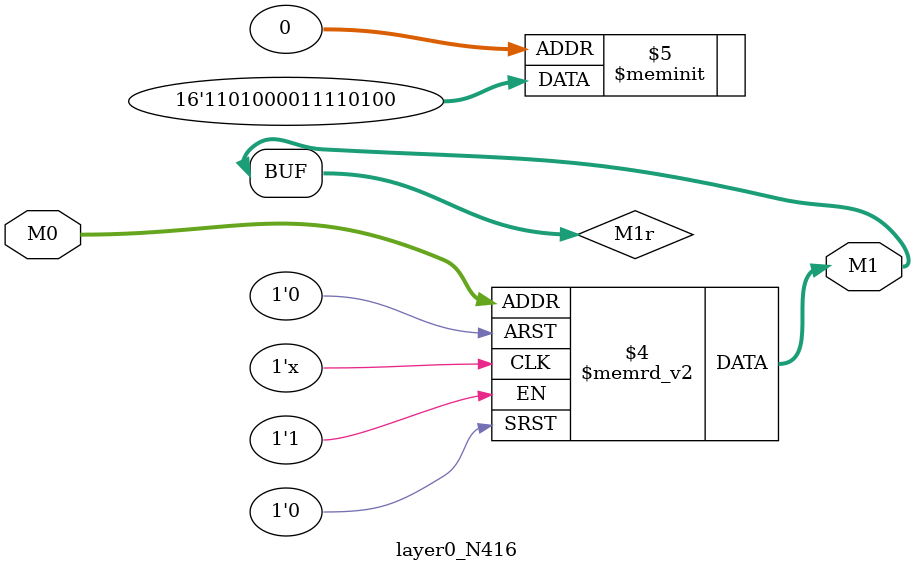
<source format=v>
module layer0_N416 ( input [2:0] M0, output [1:0] M1 );

	(*rom_style = "distributed" *) reg [1:0] M1r;
	assign M1 = M1r;
	always @ (M0) begin
		case (M0)
			3'b000: M1r = 2'b00;
			3'b100: M1r = 2'b00;
			3'b010: M1r = 2'b11;
			3'b110: M1r = 2'b01;
			3'b001: M1r = 2'b01;
			3'b101: M1r = 2'b00;
			3'b011: M1r = 2'b11;
			3'b111: M1r = 2'b11;

		endcase
	end
endmodule

</source>
